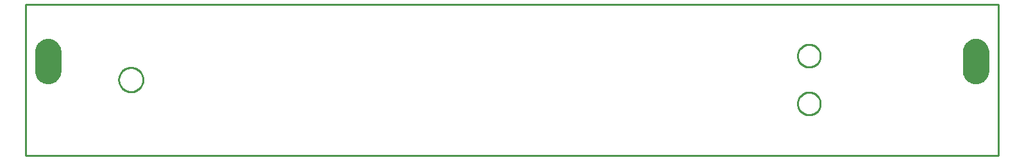
<source format=gko>
G04 EAGLE Gerber RS-274X export*
G75*
%MOMM*%
%FSLAX34Y34*%
%LPD*%
%INBoard Outline*%
%IPPOS*%
%AMOC8*
5,1,8,0,0,1.08239X$1,22.5*%
G01*
%ADD10C,0.000000*%
%ADD11C,0.025400*%
%ADD12C,0.002541*%
%ADD13C,0.050800*%
%ADD14C,3.200000*%
%ADD15C,0.254000*%


D10*
X123450Y100250D02*
X123455Y100643D01*
X123469Y101035D01*
X123493Y101427D01*
X123527Y101818D01*
X123570Y102209D01*
X123623Y102598D01*
X123686Y102985D01*
X123757Y103371D01*
X123839Y103756D01*
X123929Y104138D01*
X124030Y104517D01*
X124139Y104895D01*
X124258Y105269D01*
X124385Y105640D01*
X124522Y106008D01*
X124668Y106373D01*
X124823Y106734D01*
X124986Y107091D01*
X125158Y107444D01*
X125339Y107792D01*
X125529Y108136D01*
X125726Y108476D01*
X125932Y108810D01*
X126146Y109139D01*
X126369Y109463D01*
X126599Y109781D01*
X126836Y110094D01*
X127082Y110400D01*
X127335Y110701D01*
X127595Y110995D01*
X127862Y111283D01*
X128136Y111564D01*
X128417Y111838D01*
X128705Y112105D01*
X128999Y112365D01*
X129300Y112618D01*
X129606Y112864D01*
X129919Y113101D01*
X130237Y113331D01*
X130561Y113554D01*
X130890Y113768D01*
X131224Y113974D01*
X131564Y114171D01*
X131908Y114361D01*
X132256Y114542D01*
X132609Y114714D01*
X132966Y114877D01*
X133327Y115032D01*
X133692Y115178D01*
X134060Y115315D01*
X134431Y115442D01*
X134805Y115561D01*
X135183Y115670D01*
X135562Y115771D01*
X135944Y115861D01*
X136329Y115943D01*
X136715Y116014D01*
X137102Y116077D01*
X137491Y116130D01*
X137882Y116173D01*
X138273Y116207D01*
X138665Y116231D01*
X139057Y116245D01*
X139450Y116250D01*
X139843Y116245D01*
X140235Y116231D01*
X140627Y116207D01*
X141018Y116173D01*
X141409Y116130D01*
X141798Y116077D01*
X142185Y116014D01*
X142571Y115943D01*
X142956Y115861D01*
X143338Y115771D01*
X143717Y115670D01*
X144095Y115561D01*
X144469Y115442D01*
X144840Y115315D01*
X145208Y115178D01*
X145573Y115032D01*
X145934Y114877D01*
X146291Y114714D01*
X146644Y114542D01*
X146992Y114361D01*
X147336Y114171D01*
X147676Y113974D01*
X148010Y113768D01*
X148339Y113554D01*
X148663Y113331D01*
X148981Y113101D01*
X149294Y112864D01*
X149600Y112618D01*
X149901Y112365D01*
X150195Y112105D01*
X150483Y111838D01*
X150764Y111564D01*
X151038Y111283D01*
X151305Y110995D01*
X151565Y110701D01*
X151818Y110400D01*
X152064Y110094D01*
X152301Y109781D01*
X152531Y109463D01*
X152754Y109139D01*
X152968Y108810D01*
X153174Y108476D01*
X153371Y108136D01*
X153561Y107792D01*
X153742Y107444D01*
X153914Y107091D01*
X154077Y106734D01*
X154232Y106373D01*
X154378Y106008D01*
X154515Y105640D01*
X154642Y105269D01*
X154761Y104895D01*
X154870Y104517D01*
X154971Y104138D01*
X155061Y103756D01*
X155143Y103371D01*
X155214Y102985D01*
X155277Y102598D01*
X155330Y102209D01*
X155373Y101818D01*
X155407Y101427D01*
X155431Y101035D01*
X155445Y100643D01*
X155450Y100250D01*
X155445Y99857D01*
X155431Y99465D01*
X155407Y99073D01*
X155373Y98682D01*
X155330Y98291D01*
X155277Y97902D01*
X155214Y97515D01*
X155143Y97129D01*
X155061Y96744D01*
X154971Y96362D01*
X154870Y95983D01*
X154761Y95605D01*
X154642Y95231D01*
X154515Y94860D01*
X154378Y94492D01*
X154232Y94127D01*
X154077Y93766D01*
X153914Y93409D01*
X153742Y93056D01*
X153561Y92708D01*
X153371Y92364D01*
X153174Y92024D01*
X152968Y91690D01*
X152754Y91361D01*
X152531Y91037D01*
X152301Y90719D01*
X152064Y90406D01*
X151818Y90100D01*
X151565Y89799D01*
X151305Y89505D01*
X151038Y89217D01*
X150764Y88936D01*
X150483Y88662D01*
X150195Y88395D01*
X149901Y88135D01*
X149600Y87882D01*
X149294Y87636D01*
X148981Y87399D01*
X148663Y87169D01*
X148339Y86946D01*
X148010Y86732D01*
X147676Y86526D01*
X147336Y86329D01*
X146992Y86139D01*
X146644Y85958D01*
X146291Y85786D01*
X145934Y85623D01*
X145573Y85468D01*
X145208Y85322D01*
X144840Y85185D01*
X144469Y85058D01*
X144095Y84939D01*
X143717Y84830D01*
X143338Y84729D01*
X142956Y84639D01*
X142571Y84557D01*
X142185Y84486D01*
X141798Y84423D01*
X141409Y84370D01*
X141018Y84327D01*
X140627Y84293D01*
X140235Y84269D01*
X139843Y84255D01*
X139450Y84250D01*
X139057Y84255D01*
X138665Y84269D01*
X138273Y84293D01*
X137882Y84327D01*
X137491Y84370D01*
X137102Y84423D01*
X136715Y84486D01*
X136329Y84557D01*
X135944Y84639D01*
X135562Y84729D01*
X135183Y84830D01*
X134805Y84939D01*
X134431Y85058D01*
X134060Y85185D01*
X133692Y85322D01*
X133327Y85468D01*
X132966Y85623D01*
X132609Y85786D01*
X132256Y85958D01*
X131908Y86139D01*
X131564Y86329D01*
X131224Y86526D01*
X130890Y86732D01*
X130561Y86946D01*
X130237Y87169D01*
X129919Y87399D01*
X129606Y87636D01*
X129300Y87882D01*
X128999Y88135D01*
X128705Y88395D01*
X128417Y88662D01*
X128136Y88936D01*
X127862Y89217D01*
X127595Y89505D01*
X127335Y89799D01*
X127082Y90100D01*
X126836Y90406D01*
X126599Y90719D01*
X126369Y91037D01*
X126146Y91361D01*
X125932Y91690D01*
X125726Y92024D01*
X125529Y92364D01*
X125339Y92708D01*
X125158Y93056D01*
X124986Y93409D01*
X124823Y93766D01*
X124668Y94127D01*
X124522Y94492D01*
X124385Y94860D01*
X124258Y95231D01*
X124139Y95605D01*
X124030Y95983D01*
X123929Y96362D01*
X123839Y96744D01*
X123757Y97129D01*
X123686Y97515D01*
X123623Y97902D01*
X123570Y98291D01*
X123527Y98682D01*
X123493Y99073D01*
X123469Y99465D01*
X123455Y99857D01*
X123450Y100250D01*
X1019800Y132000D02*
X1019805Y132368D01*
X1019818Y132736D01*
X1019841Y133103D01*
X1019872Y133470D01*
X1019913Y133836D01*
X1019962Y134201D01*
X1020021Y134564D01*
X1020088Y134926D01*
X1020164Y135287D01*
X1020250Y135645D01*
X1020343Y136001D01*
X1020446Y136354D01*
X1020557Y136705D01*
X1020677Y137053D01*
X1020805Y137398D01*
X1020942Y137740D01*
X1021087Y138079D01*
X1021240Y138413D01*
X1021402Y138744D01*
X1021571Y139071D01*
X1021749Y139393D01*
X1021934Y139712D01*
X1022127Y140025D01*
X1022328Y140334D01*
X1022536Y140637D01*
X1022752Y140935D01*
X1022975Y141228D01*
X1023205Y141516D01*
X1023442Y141798D01*
X1023686Y142073D01*
X1023936Y142343D01*
X1024193Y142607D01*
X1024457Y142864D01*
X1024727Y143114D01*
X1025002Y143358D01*
X1025284Y143595D01*
X1025572Y143825D01*
X1025865Y144048D01*
X1026163Y144264D01*
X1026466Y144472D01*
X1026775Y144673D01*
X1027088Y144866D01*
X1027407Y145051D01*
X1027729Y145229D01*
X1028056Y145398D01*
X1028387Y145560D01*
X1028721Y145713D01*
X1029060Y145858D01*
X1029402Y145995D01*
X1029747Y146123D01*
X1030095Y146243D01*
X1030446Y146354D01*
X1030799Y146457D01*
X1031155Y146550D01*
X1031513Y146636D01*
X1031874Y146712D01*
X1032236Y146779D01*
X1032599Y146838D01*
X1032964Y146887D01*
X1033330Y146928D01*
X1033697Y146959D01*
X1034064Y146982D01*
X1034432Y146995D01*
X1034800Y147000D01*
X1035168Y146995D01*
X1035536Y146982D01*
X1035903Y146959D01*
X1036270Y146928D01*
X1036636Y146887D01*
X1037001Y146838D01*
X1037364Y146779D01*
X1037726Y146712D01*
X1038087Y146636D01*
X1038445Y146550D01*
X1038801Y146457D01*
X1039154Y146354D01*
X1039505Y146243D01*
X1039853Y146123D01*
X1040198Y145995D01*
X1040540Y145858D01*
X1040879Y145713D01*
X1041213Y145560D01*
X1041544Y145398D01*
X1041871Y145229D01*
X1042193Y145051D01*
X1042512Y144866D01*
X1042825Y144673D01*
X1043134Y144472D01*
X1043437Y144264D01*
X1043735Y144048D01*
X1044028Y143825D01*
X1044316Y143595D01*
X1044598Y143358D01*
X1044873Y143114D01*
X1045143Y142864D01*
X1045407Y142607D01*
X1045664Y142343D01*
X1045914Y142073D01*
X1046158Y141798D01*
X1046395Y141516D01*
X1046625Y141228D01*
X1046848Y140935D01*
X1047064Y140637D01*
X1047272Y140334D01*
X1047473Y140025D01*
X1047666Y139712D01*
X1047851Y139393D01*
X1048029Y139071D01*
X1048198Y138744D01*
X1048360Y138413D01*
X1048513Y138079D01*
X1048658Y137740D01*
X1048795Y137398D01*
X1048923Y137053D01*
X1049043Y136705D01*
X1049154Y136354D01*
X1049257Y136001D01*
X1049350Y135645D01*
X1049436Y135287D01*
X1049512Y134926D01*
X1049579Y134564D01*
X1049638Y134201D01*
X1049687Y133836D01*
X1049728Y133470D01*
X1049759Y133103D01*
X1049782Y132736D01*
X1049795Y132368D01*
X1049800Y132000D01*
X1049795Y131632D01*
X1049782Y131264D01*
X1049759Y130897D01*
X1049728Y130530D01*
X1049687Y130164D01*
X1049638Y129799D01*
X1049579Y129436D01*
X1049512Y129074D01*
X1049436Y128713D01*
X1049350Y128355D01*
X1049257Y127999D01*
X1049154Y127646D01*
X1049043Y127295D01*
X1048923Y126947D01*
X1048795Y126602D01*
X1048658Y126260D01*
X1048513Y125921D01*
X1048360Y125587D01*
X1048198Y125256D01*
X1048029Y124929D01*
X1047851Y124607D01*
X1047666Y124288D01*
X1047473Y123975D01*
X1047272Y123666D01*
X1047064Y123363D01*
X1046848Y123065D01*
X1046625Y122772D01*
X1046395Y122484D01*
X1046158Y122202D01*
X1045914Y121927D01*
X1045664Y121657D01*
X1045407Y121393D01*
X1045143Y121136D01*
X1044873Y120886D01*
X1044598Y120642D01*
X1044316Y120405D01*
X1044028Y120175D01*
X1043735Y119952D01*
X1043437Y119736D01*
X1043134Y119528D01*
X1042825Y119327D01*
X1042512Y119134D01*
X1042193Y118949D01*
X1041871Y118771D01*
X1041544Y118602D01*
X1041213Y118440D01*
X1040879Y118287D01*
X1040540Y118142D01*
X1040198Y118005D01*
X1039853Y117877D01*
X1039505Y117757D01*
X1039154Y117646D01*
X1038801Y117543D01*
X1038445Y117450D01*
X1038087Y117364D01*
X1037726Y117288D01*
X1037364Y117221D01*
X1037001Y117162D01*
X1036636Y117113D01*
X1036270Y117072D01*
X1035903Y117041D01*
X1035536Y117018D01*
X1035168Y117005D01*
X1034800Y117000D01*
X1034432Y117005D01*
X1034064Y117018D01*
X1033697Y117041D01*
X1033330Y117072D01*
X1032964Y117113D01*
X1032599Y117162D01*
X1032236Y117221D01*
X1031874Y117288D01*
X1031513Y117364D01*
X1031155Y117450D01*
X1030799Y117543D01*
X1030446Y117646D01*
X1030095Y117757D01*
X1029747Y117877D01*
X1029402Y118005D01*
X1029060Y118142D01*
X1028721Y118287D01*
X1028387Y118440D01*
X1028056Y118602D01*
X1027729Y118771D01*
X1027407Y118949D01*
X1027088Y119134D01*
X1026775Y119327D01*
X1026466Y119528D01*
X1026163Y119736D01*
X1025865Y119952D01*
X1025572Y120175D01*
X1025284Y120405D01*
X1025002Y120642D01*
X1024727Y120886D01*
X1024457Y121136D01*
X1024193Y121393D01*
X1023936Y121657D01*
X1023686Y121927D01*
X1023442Y122202D01*
X1023205Y122484D01*
X1022975Y122772D01*
X1022752Y123065D01*
X1022536Y123363D01*
X1022328Y123666D01*
X1022127Y123975D01*
X1021934Y124288D01*
X1021749Y124607D01*
X1021571Y124929D01*
X1021402Y125256D01*
X1021240Y125587D01*
X1021087Y125921D01*
X1020942Y126260D01*
X1020805Y126602D01*
X1020677Y126947D01*
X1020557Y127295D01*
X1020446Y127646D01*
X1020343Y127999D01*
X1020250Y128355D01*
X1020164Y128713D01*
X1020088Y129074D01*
X1020021Y129436D01*
X1019962Y129799D01*
X1019913Y130164D01*
X1019872Y130530D01*
X1019841Y130897D01*
X1019818Y131264D01*
X1019805Y131632D01*
X1019800Y132000D01*
X1019800Y68500D02*
X1019805Y68868D01*
X1019818Y69236D01*
X1019841Y69603D01*
X1019872Y69970D01*
X1019913Y70336D01*
X1019962Y70701D01*
X1020021Y71064D01*
X1020088Y71426D01*
X1020164Y71787D01*
X1020250Y72145D01*
X1020343Y72501D01*
X1020446Y72854D01*
X1020557Y73205D01*
X1020677Y73553D01*
X1020805Y73898D01*
X1020942Y74240D01*
X1021087Y74579D01*
X1021240Y74913D01*
X1021402Y75244D01*
X1021571Y75571D01*
X1021749Y75893D01*
X1021934Y76212D01*
X1022127Y76525D01*
X1022328Y76834D01*
X1022536Y77137D01*
X1022752Y77435D01*
X1022975Y77728D01*
X1023205Y78016D01*
X1023442Y78298D01*
X1023686Y78573D01*
X1023936Y78843D01*
X1024193Y79107D01*
X1024457Y79364D01*
X1024727Y79614D01*
X1025002Y79858D01*
X1025284Y80095D01*
X1025572Y80325D01*
X1025865Y80548D01*
X1026163Y80764D01*
X1026466Y80972D01*
X1026775Y81173D01*
X1027088Y81366D01*
X1027407Y81551D01*
X1027729Y81729D01*
X1028056Y81898D01*
X1028387Y82060D01*
X1028721Y82213D01*
X1029060Y82358D01*
X1029402Y82495D01*
X1029747Y82623D01*
X1030095Y82743D01*
X1030446Y82854D01*
X1030799Y82957D01*
X1031155Y83050D01*
X1031513Y83136D01*
X1031874Y83212D01*
X1032236Y83279D01*
X1032599Y83338D01*
X1032964Y83387D01*
X1033330Y83428D01*
X1033697Y83459D01*
X1034064Y83482D01*
X1034432Y83495D01*
X1034800Y83500D01*
X1035168Y83495D01*
X1035536Y83482D01*
X1035903Y83459D01*
X1036270Y83428D01*
X1036636Y83387D01*
X1037001Y83338D01*
X1037364Y83279D01*
X1037726Y83212D01*
X1038087Y83136D01*
X1038445Y83050D01*
X1038801Y82957D01*
X1039154Y82854D01*
X1039505Y82743D01*
X1039853Y82623D01*
X1040198Y82495D01*
X1040540Y82358D01*
X1040879Y82213D01*
X1041213Y82060D01*
X1041544Y81898D01*
X1041871Y81729D01*
X1042193Y81551D01*
X1042512Y81366D01*
X1042825Y81173D01*
X1043134Y80972D01*
X1043437Y80764D01*
X1043735Y80548D01*
X1044028Y80325D01*
X1044316Y80095D01*
X1044598Y79858D01*
X1044873Y79614D01*
X1045143Y79364D01*
X1045407Y79107D01*
X1045664Y78843D01*
X1045914Y78573D01*
X1046158Y78298D01*
X1046395Y78016D01*
X1046625Y77728D01*
X1046848Y77435D01*
X1047064Y77137D01*
X1047272Y76834D01*
X1047473Y76525D01*
X1047666Y76212D01*
X1047851Y75893D01*
X1048029Y75571D01*
X1048198Y75244D01*
X1048360Y74913D01*
X1048513Y74579D01*
X1048658Y74240D01*
X1048795Y73898D01*
X1048923Y73553D01*
X1049043Y73205D01*
X1049154Y72854D01*
X1049257Y72501D01*
X1049350Y72145D01*
X1049436Y71787D01*
X1049512Y71426D01*
X1049579Y71064D01*
X1049638Y70701D01*
X1049687Y70336D01*
X1049728Y69970D01*
X1049759Y69603D01*
X1049782Y69236D01*
X1049795Y68868D01*
X1049800Y68500D01*
X1049795Y68132D01*
X1049782Y67764D01*
X1049759Y67397D01*
X1049728Y67030D01*
X1049687Y66664D01*
X1049638Y66299D01*
X1049579Y65936D01*
X1049512Y65574D01*
X1049436Y65213D01*
X1049350Y64855D01*
X1049257Y64499D01*
X1049154Y64146D01*
X1049043Y63795D01*
X1048923Y63447D01*
X1048795Y63102D01*
X1048658Y62760D01*
X1048513Y62421D01*
X1048360Y62087D01*
X1048198Y61756D01*
X1048029Y61429D01*
X1047851Y61107D01*
X1047666Y60788D01*
X1047473Y60475D01*
X1047272Y60166D01*
X1047064Y59863D01*
X1046848Y59565D01*
X1046625Y59272D01*
X1046395Y58984D01*
X1046158Y58702D01*
X1045914Y58427D01*
X1045664Y58157D01*
X1045407Y57893D01*
X1045143Y57636D01*
X1044873Y57386D01*
X1044598Y57142D01*
X1044316Y56905D01*
X1044028Y56675D01*
X1043735Y56452D01*
X1043437Y56236D01*
X1043134Y56028D01*
X1042825Y55827D01*
X1042512Y55634D01*
X1042193Y55449D01*
X1041871Y55271D01*
X1041544Y55102D01*
X1041213Y54940D01*
X1040879Y54787D01*
X1040540Y54642D01*
X1040198Y54505D01*
X1039853Y54377D01*
X1039505Y54257D01*
X1039154Y54146D01*
X1038801Y54043D01*
X1038445Y53950D01*
X1038087Y53864D01*
X1037726Y53788D01*
X1037364Y53721D01*
X1037001Y53662D01*
X1036636Y53613D01*
X1036270Y53572D01*
X1035903Y53541D01*
X1035536Y53518D01*
X1035168Y53505D01*
X1034800Y53500D01*
X1034432Y53505D01*
X1034064Y53518D01*
X1033697Y53541D01*
X1033330Y53572D01*
X1032964Y53613D01*
X1032599Y53662D01*
X1032236Y53721D01*
X1031874Y53788D01*
X1031513Y53864D01*
X1031155Y53950D01*
X1030799Y54043D01*
X1030446Y54146D01*
X1030095Y54257D01*
X1029747Y54377D01*
X1029402Y54505D01*
X1029060Y54642D01*
X1028721Y54787D01*
X1028387Y54940D01*
X1028056Y55102D01*
X1027729Y55271D01*
X1027407Y55449D01*
X1027088Y55634D01*
X1026775Y55827D01*
X1026466Y56028D01*
X1026163Y56236D01*
X1025865Y56452D01*
X1025572Y56675D01*
X1025284Y56905D01*
X1025002Y57142D01*
X1024727Y57386D01*
X1024457Y57636D01*
X1024193Y57893D01*
X1023936Y58157D01*
X1023686Y58427D01*
X1023442Y58702D01*
X1023205Y58984D01*
X1022975Y59272D01*
X1022752Y59565D01*
X1022536Y59863D01*
X1022328Y60166D01*
X1022127Y60475D01*
X1021934Y60788D01*
X1021749Y61107D01*
X1021571Y61429D01*
X1021402Y61756D01*
X1021240Y62087D01*
X1021087Y62421D01*
X1020942Y62760D01*
X1020805Y63102D01*
X1020677Y63447D01*
X1020557Y63795D01*
X1020446Y64146D01*
X1020343Y64499D01*
X1020250Y64855D01*
X1020164Y65213D01*
X1020088Y65574D01*
X1020021Y65936D01*
X1019962Y66299D01*
X1019913Y66664D01*
X1019872Y67030D01*
X1019841Y67397D01*
X1019818Y67764D01*
X1019805Y68132D01*
X1019800Y68500D01*
D11*
X1285000Y0D02*
X0Y0D01*
X1285000Y0D02*
X1285000Y200000D01*
X0Y200000D01*
X0Y0D01*
D12*
X13900Y112100D02*
X13900Y137500D01*
X45900Y137500D02*
X45900Y112100D01*
X45900Y137500D02*
X45895Y137890D01*
X45881Y138279D01*
X45857Y138668D01*
X45824Y139056D01*
X45782Y139443D01*
X45729Y139830D01*
X45668Y140214D01*
X45597Y140598D01*
X45517Y140979D01*
X45428Y141358D01*
X45329Y141735D01*
X45222Y142110D01*
X45105Y142481D01*
X44979Y142850D01*
X44844Y143216D01*
X44701Y143578D01*
X44548Y143937D01*
X44387Y144291D01*
X44218Y144642D01*
X44039Y144989D01*
X43853Y145331D01*
X43658Y145668D01*
X43455Y146001D01*
X43244Y146328D01*
X43025Y146651D01*
X42798Y146967D01*
X42564Y147279D01*
X42322Y147584D01*
X42073Y147884D01*
X41816Y148177D01*
X41553Y148464D01*
X41282Y148745D01*
X41005Y149018D01*
X40721Y149285D01*
X40431Y149545D01*
X40135Y149798D01*
X39832Y150044D01*
X39524Y150282D01*
X39210Y150513D01*
X38890Y150735D01*
X38565Y150950D01*
X38235Y151157D01*
X37900Y151356D01*
X37560Y151547D01*
X37216Y151729D01*
X36867Y151903D01*
X36514Y152069D01*
X36158Y152226D01*
X35797Y152374D01*
X35433Y152513D01*
X35066Y152643D01*
X34696Y152764D01*
X34323Y152877D01*
X33947Y152980D01*
X33569Y153074D01*
X33188Y153158D01*
X32806Y153234D01*
X32422Y153300D01*
X32037Y153357D01*
X31650Y153404D01*
X31262Y153442D01*
X30874Y153470D01*
X30484Y153489D01*
X30095Y153499D01*
X29705Y153499D01*
X29316Y153489D01*
X28926Y153470D01*
X28538Y153442D01*
X28150Y153404D01*
X27763Y153357D01*
X27378Y153300D01*
X26994Y153234D01*
X26612Y153158D01*
X26231Y153074D01*
X25853Y152980D01*
X25477Y152877D01*
X25104Y152764D01*
X24734Y152643D01*
X24367Y152513D01*
X24003Y152374D01*
X23642Y152226D01*
X23286Y152069D01*
X22933Y151903D01*
X22584Y151729D01*
X22240Y151547D01*
X21900Y151356D01*
X21565Y151157D01*
X21235Y150950D01*
X20910Y150735D01*
X20590Y150513D01*
X20276Y150282D01*
X19968Y150044D01*
X19665Y149798D01*
X19369Y149545D01*
X19079Y149285D01*
X18795Y149018D01*
X18518Y148745D01*
X18247Y148464D01*
X17984Y148177D01*
X17727Y147884D01*
X17478Y147584D01*
X17236Y147279D01*
X17002Y146967D01*
X16775Y146651D01*
X16556Y146328D01*
X16345Y146001D01*
X16142Y145668D01*
X15947Y145331D01*
X15761Y144989D01*
X15582Y144642D01*
X15413Y144291D01*
X15252Y143937D01*
X15099Y143578D01*
X14956Y143216D01*
X14821Y142850D01*
X14695Y142481D01*
X14578Y142110D01*
X14471Y141735D01*
X14372Y141358D01*
X14283Y140979D01*
X14203Y140598D01*
X14132Y140214D01*
X14071Y139830D01*
X14018Y139443D01*
X13976Y139056D01*
X13943Y138668D01*
X13919Y138279D01*
X13905Y137890D01*
X13900Y137500D01*
X13900Y112100D02*
X13905Y111710D01*
X13919Y111321D01*
X13943Y110932D01*
X13976Y110544D01*
X14018Y110157D01*
X14071Y109770D01*
X14132Y109386D01*
X14203Y109002D01*
X14283Y108621D01*
X14372Y108242D01*
X14471Y107865D01*
X14578Y107490D01*
X14695Y107119D01*
X14821Y106750D01*
X14956Y106384D01*
X15099Y106022D01*
X15252Y105663D01*
X15413Y105309D01*
X15582Y104958D01*
X15761Y104611D01*
X15947Y104269D01*
X16142Y103932D01*
X16345Y103599D01*
X16556Y103272D01*
X16775Y102949D01*
X17002Y102633D01*
X17236Y102321D01*
X17478Y102016D01*
X17727Y101716D01*
X17984Y101423D01*
X18247Y101136D01*
X18518Y100855D01*
X18795Y100582D01*
X19079Y100315D01*
X19369Y100055D01*
X19665Y99802D01*
X19968Y99556D01*
X20276Y99318D01*
X20590Y99087D01*
X20910Y98865D01*
X21235Y98650D01*
X21565Y98443D01*
X21900Y98244D01*
X22240Y98053D01*
X22584Y97871D01*
X22933Y97697D01*
X23286Y97531D01*
X23642Y97374D01*
X24003Y97226D01*
X24367Y97087D01*
X24734Y96957D01*
X25104Y96836D01*
X25477Y96723D01*
X25853Y96620D01*
X26231Y96526D01*
X26612Y96442D01*
X26994Y96366D01*
X27378Y96300D01*
X27763Y96243D01*
X28150Y96196D01*
X28538Y96158D01*
X28926Y96130D01*
X29316Y96111D01*
X29705Y96101D01*
X30095Y96101D01*
X30484Y96111D01*
X30874Y96130D01*
X31262Y96158D01*
X31650Y96196D01*
X32037Y96243D01*
X32422Y96300D01*
X32806Y96366D01*
X33188Y96442D01*
X33569Y96526D01*
X33947Y96620D01*
X34323Y96723D01*
X34696Y96836D01*
X35066Y96957D01*
X35433Y97087D01*
X35797Y97226D01*
X36158Y97374D01*
X36514Y97531D01*
X36867Y97697D01*
X37216Y97871D01*
X37560Y98053D01*
X37900Y98244D01*
X38235Y98443D01*
X38565Y98650D01*
X38890Y98865D01*
X39210Y99087D01*
X39524Y99318D01*
X39832Y99556D01*
X40135Y99802D01*
X40431Y100055D01*
X40721Y100315D01*
X41005Y100582D01*
X41282Y100855D01*
X41553Y101136D01*
X41816Y101423D01*
X42073Y101716D01*
X42322Y102016D01*
X42564Y102321D01*
X42798Y102633D01*
X43025Y102949D01*
X43244Y103272D01*
X43455Y103599D01*
X43658Y103932D01*
X43853Y104269D01*
X44039Y104611D01*
X44218Y104958D01*
X44387Y105309D01*
X44548Y105663D01*
X44701Y106022D01*
X44844Y106384D01*
X44979Y106750D01*
X45105Y107119D01*
X45222Y107490D01*
X45329Y107865D01*
X45428Y108242D01*
X45517Y108621D01*
X45597Y109002D01*
X45668Y109386D01*
X45729Y109770D01*
X45782Y110157D01*
X45824Y110544D01*
X45857Y110932D01*
X45881Y111321D01*
X45895Y111710D01*
X45900Y112100D01*
D13*
X33456Y107803D02*
X33456Y106222D01*
X33454Y106144D01*
X33448Y106067D01*
X33439Y105990D01*
X33426Y105914D01*
X33409Y105838D01*
X33388Y105763D01*
X33364Y105690D01*
X33336Y105617D01*
X33304Y105546D01*
X33269Y105477D01*
X33231Y105410D01*
X33190Y105344D01*
X33145Y105281D01*
X33097Y105220D01*
X33047Y105161D01*
X32993Y105105D01*
X32937Y105051D01*
X32878Y105001D01*
X32817Y104953D01*
X32754Y104908D01*
X32688Y104867D01*
X32621Y104829D01*
X32552Y104794D01*
X32481Y104762D01*
X32408Y104734D01*
X32335Y104710D01*
X32260Y104689D01*
X32184Y104672D01*
X32108Y104659D01*
X32031Y104650D01*
X31954Y104644D01*
X31876Y104642D01*
X27924Y104642D01*
X27924Y104641D02*
X27846Y104643D01*
X27769Y104649D01*
X27692Y104658D01*
X27616Y104671D01*
X27540Y104688D01*
X27465Y104709D01*
X27391Y104733D01*
X27319Y104761D01*
X27248Y104793D01*
X27179Y104828D01*
X27111Y104866D01*
X27046Y104907D01*
X26982Y104952D01*
X26921Y105000D01*
X26862Y105051D01*
X26806Y105104D01*
X26753Y105160D01*
X26702Y105219D01*
X26654Y105280D01*
X26609Y105344D01*
X26568Y105409D01*
X26530Y105477D01*
X26495Y105546D01*
X26463Y105617D01*
X26435Y105689D01*
X26411Y105763D01*
X26390Y105838D01*
X26373Y105914D01*
X26360Y105990D01*
X26351Y106067D01*
X26345Y106144D01*
X26343Y106222D01*
X26344Y106222D02*
X26344Y107803D01*
X26344Y110604D02*
X31480Y110604D01*
X31480Y110603D02*
X31567Y110605D01*
X31655Y110611D01*
X31742Y110620D01*
X31828Y110634D01*
X31914Y110651D01*
X31998Y110672D01*
X32082Y110697D01*
X32165Y110726D01*
X32246Y110758D01*
X32326Y110793D01*
X32404Y110832D01*
X32481Y110875D01*
X32555Y110921D01*
X32627Y110970D01*
X32697Y111022D01*
X32765Y111078D01*
X32830Y111136D01*
X32893Y111197D01*
X32952Y111261D01*
X33009Y111328D01*
X33063Y111396D01*
X33114Y111468D01*
X33161Y111541D01*
X33206Y111616D01*
X33247Y111694D01*
X33284Y111773D01*
X33318Y111853D01*
X33348Y111935D01*
X33375Y112018D01*
X33398Y112103D01*
X33417Y112188D01*
X33432Y112274D01*
X33444Y112361D01*
X33452Y112448D01*
X33456Y112535D01*
X33456Y112623D01*
X33452Y112710D01*
X33444Y112797D01*
X33432Y112884D01*
X33417Y112970D01*
X33398Y113055D01*
X33375Y113140D01*
X33348Y113223D01*
X33318Y113305D01*
X33284Y113385D01*
X33247Y113464D01*
X33206Y113542D01*
X33161Y113617D01*
X33114Y113690D01*
X33063Y113762D01*
X33009Y113830D01*
X32952Y113897D01*
X32893Y113961D01*
X32830Y114022D01*
X32765Y114080D01*
X32697Y114136D01*
X32627Y114188D01*
X32555Y114237D01*
X32481Y114283D01*
X32404Y114326D01*
X32326Y114365D01*
X32246Y114400D01*
X32165Y114432D01*
X32082Y114461D01*
X31998Y114486D01*
X31914Y114507D01*
X31828Y114524D01*
X31742Y114538D01*
X31655Y114547D01*
X31567Y114553D01*
X31480Y114555D01*
X26344Y114555D01*
X26344Y119208D02*
X33456Y119208D01*
X26344Y117233D02*
X26344Y121184D01*
X28320Y127291D02*
X31480Y127291D01*
X28320Y127291D02*
X28233Y127293D01*
X28145Y127299D01*
X28058Y127308D01*
X27972Y127322D01*
X27886Y127339D01*
X27802Y127360D01*
X27718Y127385D01*
X27635Y127414D01*
X27554Y127446D01*
X27474Y127481D01*
X27396Y127520D01*
X27319Y127563D01*
X27245Y127609D01*
X27173Y127658D01*
X27103Y127710D01*
X27035Y127766D01*
X26970Y127824D01*
X26907Y127885D01*
X26848Y127949D01*
X26791Y128016D01*
X26737Y128084D01*
X26686Y128156D01*
X26639Y128229D01*
X26594Y128304D01*
X26553Y128382D01*
X26516Y128461D01*
X26482Y128541D01*
X26452Y128623D01*
X26425Y128706D01*
X26402Y128791D01*
X26383Y128876D01*
X26368Y128962D01*
X26356Y129049D01*
X26348Y129136D01*
X26344Y129223D01*
X26344Y129311D01*
X26348Y129398D01*
X26356Y129485D01*
X26368Y129572D01*
X26383Y129658D01*
X26402Y129743D01*
X26425Y129828D01*
X26452Y129911D01*
X26482Y129993D01*
X26516Y130073D01*
X26553Y130152D01*
X26594Y130230D01*
X26639Y130305D01*
X26686Y130378D01*
X26737Y130450D01*
X26791Y130518D01*
X26848Y130585D01*
X26907Y130649D01*
X26970Y130710D01*
X27035Y130768D01*
X27103Y130824D01*
X27173Y130876D01*
X27245Y130925D01*
X27319Y130971D01*
X27396Y131014D01*
X27474Y131053D01*
X27554Y131088D01*
X27635Y131120D01*
X27718Y131149D01*
X27802Y131174D01*
X27886Y131195D01*
X27972Y131212D01*
X28058Y131226D01*
X28145Y131235D01*
X28233Y131241D01*
X28320Y131243D01*
X28320Y131242D02*
X31480Y131242D01*
X31480Y131243D02*
X31567Y131241D01*
X31655Y131235D01*
X31742Y131226D01*
X31828Y131212D01*
X31914Y131195D01*
X31998Y131174D01*
X32082Y131149D01*
X32165Y131120D01*
X32246Y131088D01*
X32326Y131053D01*
X32404Y131014D01*
X32481Y130971D01*
X32555Y130925D01*
X32627Y130876D01*
X32697Y130824D01*
X32765Y130768D01*
X32830Y130710D01*
X32893Y130649D01*
X32952Y130585D01*
X33009Y130518D01*
X33063Y130450D01*
X33114Y130378D01*
X33161Y130305D01*
X33206Y130230D01*
X33247Y130152D01*
X33284Y130073D01*
X33318Y129993D01*
X33348Y129911D01*
X33375Y129828D01*
X33398Y129743D01*
X33417Y129658D01*
X33432Y129572D01*
X33444Y129485D01*
X33452Y129398D01*
X33456Y129311D01*
X33456Y129223D01*
X33452Y129136D01*
X33444Y129049D01*
X33432Y128962D01*
X33417Y128876D01*
X33398Y128791D01*
X33375Y128706D01*
X33348Y128623D01*
X33318Y128541D01*
X33284Y128461D01*
X33247Y128382D01*
X33206Y128304D01*
X33161Y128229D01*
X33114Y128156D01*
X33063Y128084D01*
X33009Y128016D01*
X32952Y127949D01*
X32893Y127885D01*
X32830Y127824D01*
X32765Y127766D01*
X32697Y127710D01*
X32627Y127658D01*
X32555Y127609D01*
X32481Y127563D01*
X32404Y127520D01*
X32326Y127481D01*
X32246Y127446D01*
X32165Y127414D01*
X32082Y127385D01*
X31998Y127360D01*
X31914Y127339D01*
X31828Y127322D01*
X31742Y127308D01*
X31655Y127299D01*
X31567Y127293D01*
X31480Y127291D01*
X31480Y134378D02*
X26344Y134378D01*
X31480Y134377D02*
X31567Y134379D01*
X31655Y134385D01*
X31742Y134394D01*
X31828Y134408D01*
X31914Y134425D01*
X31998Y134446D01*
X32082Y134471D01*
X32165Y134500D01*
X32246Y134532D01*
X32326Y134567D01*
X32404Y134606D01*
X32481Y134649D01*
X32555Y134695D01*
X32627Y134744D01*
X32697Y134796D01*
X32765Y134852D01*
X32830Y134910D01*
X32893Y134971D01*
X32952Y135035D01*
X33009Y135102D01*
X33063Y135170D01*
X33114Y135242D01*
X33161Y135315D01*
X33206Y135390D01*
X33247Y135468D01*
X33284Y135547D01*
X33318Y135627D01*
X33348Y135709D01*
X33375Y135792D01*
X33398Y135877D01*
X33417Y135962D01*
X33432Y136048D01*
X33444Y136135D01*
X33452Y136222D01*
X33456Y136309D01*
X33456Y136397D01*
X33452Y136484D01*
X33444Y136571D01*
X33432Y136658D01*
X33417Y136744D01*
X33398Y136829D01*
X33375Y136914D01*
X33348Y136997D01*
X33318Y137079D01*
X33284Y137159D01*
X33247Y137238D01*
X33206Y137316D01*
X33161Y137391D01*
X33114Y137464D01*
X33063Y137536D01*
X33009Y137604D01*
X32952Y137671D01*
X32893Y137735D01*
X32830Y137796D01*
X32765Y137854D01*
X32697Y137910D01*
X32627Y137962D01*
X32555Y138011D01*
X32481Y138057D01*
X32404Y138100D01*
X32326Y138139D01*
X32246Y138174D01*
X32165Y138206D01*
X32082Y138235D01*
X31998Y138260D01*
X31914Y138281D01*
X31828Y138298D01*
X31742Y138312D01*
X31655Y138321D01*
X31567Y138327D01*
X31480Y138329D01*
X26344Y138329D01*
X26344Y142983D02*
X33456Y142983D01*
X26344Y141007D02*
X26344Y144958D01*
D14*
X29900Y137500D02*
X29900Y112100D01*
D12*
X1238900Y112100D02*
X1238900Y137500D01*
X1270900Y137500D02*
X1270900Y112100D01*
X1270900Y137500D02*
X1270895Y137890D01*
X1270881Y138279D01*
X1270857Y138668D01*
X1270824Y139056D01*
X1270782Y139443D01*
X1270729Y139830D01*
X1270668Y140214D01*
X1270597Y140598D01*
X1270517Y140979D01*
X1270428Y141358D01*
X1270329Y141735D01*
X1270222Y142110D01*
X1270105Y142481D01*
X1269979Y142850D01*
X1269844Y143216D01*
X1269701Y143578D01*
X1269548Y143937D01*
X1269387Y144291D01*
X1269218Y144642D01*
X1269039Y144989D01*
X1268853Y145331D01*
X1268658Y145668D01*
X1268455Y146001D01*
X1268244Y146328D01*
X1268025Y146651D01*
X1267798Y146967D01*
X1267564Y147279D01*
X1267322Y147584D01*
X1267073Y147884D01*
X1266816Y148177D01*
X1266553Y148464D01*
X1266282Y148745D01*
X1266005Y149018D01*
X1265721Y149285D01*
X1265431Y149545D01*
X1265135Y149798D01*
X1264832Y150044D01*
X1264524Y150282D01*
X1264210Y150513D01*
X1263890Y150735D01*
X1263565Y150950D01*
X1263235Y151157D01*
X1262900Y151356D01*
X1262560Y151547D01*
X1262216Y151729D01*
X1261867Y151903D01*
X1261514Y152069D01*
X1261158Y152226D01*
X1260797Y152374D01*
X1260433Y152513D01*
X1260066Y152643D01*
X1259696Y152764D01*
X1259323Y152877D01*
X1258947Y152980D01*
X1258569Y153074D01*
X1258188Y153158D01*
X1257806Y153234D01*
X1257422Y153300D01*
X1257037Y153357D01*
X1256650Y153404D01*
X1256262Y153442D01*
X1255874Y153470D01*
X1255484Y153489D01*
X1255095Y153499D01*
X1254705Y153499D01*
X1254316Y153489D01*
X1253926Y153470D01*
X1253538Y153442D01*
X1253150Y153404D01*
X1252763Y153357D01*
X1252378Y153300D01*
X1251994Y153234D01*
X1251612Y153158D01*
X1251231Y153074D01*
X1250853Y152980D01*
X1250477Y152877D01*
X1250104Y152764D01*
X1249734Y152643D01*
X1249367Y152513D01*
X1249003Y152374D01*
X1248642Y152226D01*
X1248286Y152069D01*
X1247933Y151903D01*
X1247584Y151729D01*
X1247240Y151547D01*
X1246900Y151356D01*
X1246565Y151157D01*
X1246235Y150950D01*
X1245910Y150735D01*
X1245590Y150513D01*
X1245276Y150282D01*
X1244968Y150044D01*
X1244665Y149798D01*
X1244369Y149545D01*
X1244079Y149285D01*
X1243795Y149018D01*
X1243518Y148745D01*
X1243247Y148464D01*
X1242984Y148177D01*
X1242727Y147884D01*
X1242478Y147584D01*
X1242236Y147279D01*
X1242002Y146967D01*
X1241775Y146651D01*
X1241556Y146328D01*
X1241345Y146001D01*
X1241142Y145668D01*
X1240947Y145331D01*
X1240761Y144989D01*
X1240582Y144642D01*
X1240413Y144291D01*
X1240252Y143937D01*
X1240099Y143578D01*
X1239956Y143216D01*
X1239821Y142850D01*
X1239695Y142481D01*
X1239578Y142110D01*
X1239471Y141735D01*
X1239372Y141358D01*
X1239283Y140979D01*
X1239203Y140598D01*
X1239132Y140214D01*
X1239071Y139830D01*
X1239018Y139443D01*
X1238976Y139056D01*
X1238943Y138668D01*
X1238919Y138279D01*
X1238905Y137890D01*
X1238900Y137500D01*
X1238900Y112100D02*
X1238905Y111710D01*
X1238919Y111321D01*
X1238943Y110932D01*
X1238976Y110544D01*
X1239018Y110157D01*
X1239071Y109770D01*
X1239132Y109386D01*
X1239203Y109002D01*
X1239283Y108621D01*
X1239372Y108242D01*
X1239471Y107865D01*
X1239578Y107490D01*
X1239695Y107119D01*
X1239821Y106750D01*
X1239956Y106384D01*
X1240099Y106022D01*
X1240252Y105663D01*
X1240413Y105309D01*
X1240582Y104958D01*
X1240761Y104611D01*
X1240947Y104269D01*
X1241142Y103932D01*
X1241345Y103599D01*
X1241556Y103272D01*
X1241775Y102949D01*
X1242002Y102633D01*
X1242236Y102321D01*
X1242478Y102016D01*
X1242727Y101716D01*
X1242984Y101423D01*
X1243247Y101136D01*
X1243518Y100855D01*
X1243795Y100582D01*
X1244079Y100315D01*
X1244369Y100055D01*
X1244665Y99802D01*
X1244968Y99556D01*
X1245276Y99318D01*
X1245590Y99087D01*
X1245910Y98865D01*
X1246235Y98650D01*
X1246565Y98443D01*
X1246900Y98244D01*
X1247240Y98053D01*
X1247584Y97871D01*
X1247933Y97697D01*
X1248286Y97531D01*
X1248642Y97374D01*
X1249003Y97226D01*
X1249367Y97087D01*
X1249734Y96957D01*
X1250104Y96836D01*
X1250477Y96723D01*
X1250853Y96620D01*
X1251231Y96526D01*
X1251612Y96442D01*
X1251994Y96366D01*
X1252378Y96300D01*
X1252763Y96243D01*
X1253150Y96196D01*
X1253538Y96158D01*
X1253926Y96130D01*
X1254316Y96111D01*
X1254705Y96101D01*
X1255095Y96101D01*
X1255484Y96111D01*
X1255874Y96130D01*
X1256262Y96158D01*
X1256650Y96196D01*
X1257037Y96243D01*
X1257422Y96300D01*
X1257806Y96366D01*
X1258188Y96442D01*
X1258569Y96526D01*
X1258947Y96620D01*
X1259323Y96723D01*
X1259696Y96836D01*
X1260066Y96957D01*
X1260433Y97087D01*
X1260797Y97226D01*
X1261158Y97374D01*
X1261514Y97531D01*
X1261867Y97697D01*
X1262216Y97871D01*
X1262560Y98053D01*
X1262900Y98244D01*
X1263235Y98443D01*
X1263565Y98650D01*
X1263890Y98865D01*
X1264210Y99087D01*
X1264524Y99318D01*
X1264832Y99556D01*
X1265135Y99802D01*
X1265431Y100055D01*
X1265721Y100315D01*
X1266005Y100582D01*
X1266282Y100855D01*
X1266553Y101136D01*
X1266816Y101423D01*
X1267073Y101716D01*
X1267322Y102016D01*
X1267564Y102321D01*
X1267798Y102633D01*
X1268025Y102949D01*
X1268244Y103272D01*
X1268455Y103599D01*
X1268658Y103932D01*
X1268853Y104269D01*
X1269039Y104611D01*
X1269218Y104958D01*
X1269387Y105309D01*
X1269548Y105663D01*
X1269701Y106022D01*
X1269844Y106384D01*
X1269979Y106750D01*
X1270105Y107119D01*
X1270222Y107490D01*
X1270329Y107865D01*
X1270428Y108242D01*
X1270517Y108621D01*
X1270597Y109002D01*
X1270668Y109386D01*
X1270729Y109770D01*
X1270782Y110157D01*
X1270824Y110544D01*
X1270857Y110932D01*
X1270881Y111321D01*
X1270895Y111710D01*
X1270900Y112100D01*
D13*
X1258456Y107803D02*
X1258456Y106222D01*
X1258454Y106144D01*
X1258448Y106067D01*
X1258439Y105990D01*
X1258426Y105914D01*
X1258409Y105838D01*
X1258388Y105763D01*
X1258364Y105690D01*
X1258336Y105617D01*
X1258304Y105546D01*
X1258269Y105477D01*
X1258231Y105410D01*
X1258190Y105344D01*
X1258145Y105281D01*
X1258097Y105220D01*
X1258047Y105161D01*
X1257993Y105105D01*
X1257937Y105051D01*
X1257878Y105001D01*
X1257817Y104953D01*
X1257754Y104908D01*
X1257688Y104867D01*
X1257621Y104829D01*
X1257552Y104794D01*
X1257481Y104762D01*
X1257408Y104734D01*
X1257335Y104710D01*
X1257260Y104689D01*
X1257184Y104672D01*
X1257108Y104659D01*
X1257031Y104650D01*
X1256954Y104644D01*
X1256876Y104642D01*
X1252924Y104642D01*
X1252924Y104641D02*
X1252846Y104643D01*
X1252769Y104649D01*
X1252692Y104658D01*
X1252616Y104671D01*
X1252540Y104688D01*
X1252465Y104709D01*
X1252391Y104733D01*
X1252319Y104761D01*
X1252248Y104793D01*
X1252179Y104828D01*
X1252111Y104866D01*
X1252046Y104907D01*
X1251982Y104952D01*
X1251921Y105000D01*
X1251862Y105051D01*
X1251806Y105104D01*
X1251753Y105160D01*
X1251702Y105219D01*
X1251654Y105280D01*
X1251609Y105344D01*
X1251568Y105409D01*
X1251530Y105477D01*
X1251495Y105546D01*
X1251463Y105617D01*
X1251435Y105689D01*
X1251411Y105763D01*
X1251390Y105838D01*
X1251373Y105914D01*
X1251360Y105990D01*
X1251351Y106067D01*
X1251345Y106144D01*
X1251343Y106222D01*
X1251344Y106222D02*
X1251344Y107803D01*
X1251344Y110604D02*
X1256480Y110604D01*
X1256480Y110603D02*
X1256567Y110605D01*
X1256655Y110611D01*
X1256742Y110620D01*
X1256828Y110634D01*
X1256914Y110651D01*
X1256998Y110672D01*
X1257082Y110697D01*
X1257165Y110726D01*
X1257246Y110758D01*
X1257326Y110793D01*
X1257404Y110832D01*
X1257481Y110875D01*
X1257555Y110921D01*
X1257627Y110970D01*
X1257697Y111022D01*
X1257765Y111078D01*
X1257830Y111136D01*
X1257893Y111197D01*
X1257952Y111261D01*
X1258009Y111328D01*
X1258063Y111396D01*
X1258114Y111468D01*
X1258161Y111541D01*
X1258206Y111616D01*
X1258247Y111694D01*
X1258284Y111773D01*
X1258318Y111853D01*
X1258348Y111935D01*
X1258375Y112018D01*
X1258398Y112103D01*
X1258417Y112188D01*
X1258432Y112274D01*
X1258444Y112361D01*
X1258452Y112448D01*
X1258456Y112535D01*
X1258456Y112623D01*
X1258452Y112710D01*
X1258444Y112797D01*
X1258432Y112884D01*
X1258417Y112970D01*
X1258398Y113055D01*
X1258375Y113140D01*
X1258348Y113223D01*
X1258318Y113305D01*
X1258284Y113385D01*
X1258247Y113464D01*
X1258206Y113542D01*
X1258161Y113617D01*
X1258114Y113690D01*
X1258063Y113762D01*
X1258009Y113830D01*
X1257952Y113897D01*
X1257893Y113961D01*
X1257830Y114022D01*
X1257765Y114080D01*
X1257697Y114136D01*
X1257627Y114188D01*
X1257555Y114237D01*
X1257481Y114283D01*
X1257404Y114326D01*
X1257326Y114365D01*
X1257246Y114400D01*
X1257165Y114432D01*
X1257082Y114461D01*
X1256998Y114486D01*
X1256914Y114507D01*
X1256828Y114524D01*
X1256742Y114538D01*
X1256655Y114547D01*
X1256567Y114553D01*
X1256480Y114555D01*
X1251344Y114555D01*
X1251344Y119208D02*
X1258456Y119208D01*
X1251344Y117233D02*
X1251344Y121184D01*
X1253320Y127291D02*
X1256480Y127291D01*
X1253320Y127291D02*
X1253233Y127293D01*
X1253145Y127299D01*
X1253058Y127308D01*
X1252972Y127322D01*
X1252886Y127339D01*
X1252802Y127360D01*
X1252718Y127385D01*
X1252635Y127414D01*
X1252554Y127446D01*
X1252474Y127481D01*
X1252396Y127520D01*
X1252319Y127563D01*
X1252245Y127609D01*
X1252173Y127658D01*
X1252103Y127710D01*
X1252035Y127766D01*
X1251970Y127824D01*
X1251907Y127885D01*
X1251848Y127949D01*
X1251791Y128016D01*
X1251737Y128084D01*
X1251686Y128156D01*
X1251639Y128229D01*
X1251594Y128304D01*
X1251553Y128382D01*
X1251516Y128461D01*
X1251482Y128541D01*
X1251452Y128623D01*
X1251425Y128706D01*
X1251402Y128791D01*
X1251383Y128876D01*
X1251368Y128962D01*
X1251356Y129049D01*
X1251348Y129136D01*
X1251344Y129223D01*
X1251344Y129311D01*
X1251348Y129398D01*
X1251356Y129485D01*
X1251368Y129572D01*
X1251383Y129658D01*
X1251402Y129743D01*
X1251425Y129828D01*
X1251452Y129911D01*
X1251482Y129993D01*
X1251516Y130073D01*
X1251553Y130152D01*
X1251594Y130230D01*
X1251639Y130305D01*
X1251686Y130378D01*
X1251737Y130450D01*
X1251791Y130518D01*
X1251848Y130585D01*
X1251907Y130649D01*
X1251970Y130710D01*
X1252035Y130768D01*
X1252103Y130824D01*
X1252173Y130876D01*
X1252245Y130925D01*
X1252319Y130971D01*
X1252396Y131014D01*
X1252474Y131053D01*
X1252554Y131088D01*
X1252635Y131120D01*
X1252718Y131149D01*
X1252802Y131174D01*
X1252886Y131195D01*
X1252972Y131212D01*
X1253058Y131226D01*
X1253145Y131235D01*
X1253233Y131241D01*
X1253320Y131243D01*
X1253320Y131242D02*
X1256480Y131242D01*
X1256480Y131243D02*
X1256567Y131241D01*
X1256655Y131235D01*
X1256742Y131226D01*
X1256828Y131212D01*
X1256914Y131195D01*
X1256998Y131174D01*
X1257082Y131149D01*
X1257165Y131120D01*
X1257246Y131088D01*
X1257326Y131053D01*
X1257404Y131014D01*
X1257481Y130971D01*
X1257555Y130925D01*
X1257627Y130876D01*
X1257697Y130824D01*
X1257765Y130768D01*
X1257830Y130710D01*
X1257893Y130649D01*
X1257952Y130585D01*
X1258009Y130518D01*
X1258063Y130450D01*
X1258114Y130378D01*
X1258161Y130305D01*
X1258206Y130230D01*
X1258247Y130152D01*
X1258284Y130073D01*
X1258318Y129993D01*
X1258348Y129911D01*
X1258375Y129828D01*
X1258398Y129743D01*
X1258417Y129658D01*
X1258432Y129572D01*
X1258444Y129485D01*
X1258452Y129398D01*
X1258456Y129311D01*
X1258456Y129223D01*
X1258452Y129136D01*
X1258444Y129049D01*
X1258432Y128962D01*
X1258417Y128876D01*
X1258398Y128791D01*
X1258375Y128706D01*
X1258348Y128623D01*
X1258318Y128541D01*
X1258284Y128461D01*
X1258247Y128382D01*
X1258206Y128304D01*
X1258161Y128229D01*
X1258114Y128156D01*
X1258063Y128084D01*
X1258009Y128016D01*
X1257952Y127949D01*
X1257893Y127885D01*
X1257830Y127824D01*
X1257765Y127766D01*
X1257697Y127710D01*
X1257627Y127658D01*
X1257555Y127609D01*
X1257481Y127563D01*
X1257404Y127520D01*
X1257326Y127481D01*
X1257246Y127446D01*
X1257165Y127414D01*
X1257082Y127385D01*
X1256998Y127360D01*
X1256914Y127339D01*
X1256828Y127322D01*
X1256742Y127308D01*
X1256655Y127299D01*
X1256567Y127293D01*
X1256480Y127291D01*
X1256480Y134378D02*
X1251344Y134378D01*
X1256480Y134377D02*
X1256567Y134379D01*
X1256655Y134385D01*
X1256742Y134394D01*
X1256828Y134408D01*
X1256914Y134425D01*
X1256998Y134446D01*
X1257082Y134471D01*
X1257165Y134500D01*
X1257246Y134532D01*
X1257326Y134567D01*
X1257404Y134606D01*
X1257481Y134649D01*
X1257555Y134695D01*
X1257627Y134744D01*
X1257697Y134796D01*
X1257765Y134852D01*
X1257830Y134910D01*
X1257893Y134971D01*
X1257952Y135035D01*
X1258009Y135102D01*
X1258063Y135170D01*
X1258114Y135242D01*
X1258161Y135315D01*
X1258206Y135390D01*
X1258247Y135468D01*
X1258284Y135547D01*
X1258318Y135627D01*
X1258348Y135709D01*
X1258375Y135792D01*
X1258398Y135877D01*
X1258417Y135962D01*
X1258432Y136048D01*
X1258444Y136135D01*
X1258452Y136222D01*
X1258456Y136309D01*
X1258456Y136397D01*
X1258452Y136484D01*
X1258444Y136571D01*
X1258432Y136658D01*
X1258417Y136744D01*
X1258398Y136829D01*
X1258375Y136914D01*
X1258348Y136997D01*
X1258318Y137079D01*
X1258284Y137159D01*
X1258247Y137238D01*
X1258206Y137316D01*
X1258161Y137391D01*
X1258114Y137464D01*
X1258063Y137536D01*
X1258009Y137604D01*
X1257952Y137671D01*
X1257893Y137735D01*
X1257830Y137796D01*
X1257765Y137854D01*
X1257697Y137910D01*
X1257627Y137962D01*
X1257555Y138011D01*
X1257481Y138057D01*
X1257404Y138100D01*
X1257326Y138139D01*
X1257246Y138174D01*
X1257165Y138206D01*
X1257082Y138235D01*
X1256998Y138260D01*
X1256914Y138281D01*
X1256828Y138298D01*
X1256742Y138312D01*
X1256655Y138321D01*
X1256567Y138327D01*
X1256480Y138329D01*
X1251344Y138329D01*
X1251344Y142983D02*
X1258456Y142983D01*
X1251344Y141007D02*
X1251344Y144958D01*
D14*
X1254900Y137500D02*
X1254900Y112100D01*
D15*
X0Y0D02*
X1285000Y0D01*
X1285000Y200000D01*
X0Y200000D01*
X0Y0D01*
X1238900Y112100D02*
X1238961Y110706D01*
X1239143Y109322D01*
X1239445Y107959D01*
X1239865Y106628D01*
X1240399Y105338D01*
X1241044Y104100D01*
X1241794Y102923D01*
X1242643Y101815D01*
X1243586Y100786D01*
X1244615Y99843D01*
X1245723Y98994D01*
X1246900Y98244D01*
X1248138Y97599D01*
X1249428Y97065D01*
X1250759Y96645D01*
X1252122Y96343D01*
X1253506Y96161D01*
X1254900Y96100D01*
X1256295Y96161D01*
X1257678Y96343D01*
X1259041Y96645D01*
X1260372Y97065D01*
X1261662Y97599D01*
X1262900Y98244D01*
X1264077Y98994D01*
X1265185Y99843D01*
X1266214Y100786D01*
X1267157Y101815D01*
X1268006Y102923D01*
X1268756Y104100D01*
X1269401Y105338D01*
X1269935Y106628D01*
X1270355Y107959D01*
X1270657Y109322D01*
X1270839Y110706D01*
X1270900Y112100D01*
X1270900Y137500D01*
X1270839Y138895D01*
X1270657Y140278D01*
X1270355Y141641D01*
X1269935Y142972D01*
X1269401Y144262D01*
X1268756Y145500D01*
X1268006Y146677D01*
X1267157Y147785D01*
X1266214Y148814D01*
X1265185Y149757D01*
X1264077Y150606D01*
X1262900Y151356D01*
X1261662Y152001D01*
X1260372Y152535D01*
X1259041Y152955D01*
X1257678Y153257D01*
X1256295Y153439D01*
X1254900Y153500D01*
X1253506Y153439D01*
X1252122Y153257D01*
X1250759Y152955D01*
X1249428Y152535D01*
X1248138Y152001D01*
X1246900Y151356D01*
X1245723Y150606D01*
X1244615Y149757D01*
X1243586Y148814D01*
X1242643Y147785D01*
X1241794Y146677D01*
X1241044Y145500D01*
X1240399Y144262D01*
X1239865Y142972D01*
X1239445Y141641D01*
X1239143Y140278D01*
X1238961Y138895D01*
X1238900Y137500D01*
X1238900Y112100D01*
X13900Y112100D02*
X13961Y110706D01*
X14143Y109322D01*
X14445Y107959D01*
X14865Y106628D01*
X15399Y105338D01*
X16044Y104100D01*
X16794Y102923D01*
X17643Y101815D01*
X18586Y100786D01*
X19615Y99843D01*
X20723Y98994D01*
X21900Y98244D01*
X23138Y97599D01*
X24428Y97065D01*
X25759Y96645D01*
X27122Y96343D01*
X28506Y96161D01*
X29900Y96100D01*
X31295Y96161D01*
X32678Y96343D01*
X34041Y96645D01*
X35372Y97065D01*
X36662Y97599D01*
X37900Y98244D01*
X39077Y98994D01*
X40185Y99843D01*
X41214Y100786D01*
X42157Y101815D01*
X43006Y102923D01*
X43756Y104100D01*
X44401Y105338D01*
X44935Y106628D01*
X45355Y107959D01*
X45657Y109322D01*
X45839Y110706D01*
X45900Y112100D01*
X45900Y137500D01*
X45839Y138895D01*
X45657Y140278D01*
X45355Y141641D01*
X44935Y142972D01*
X44401Y144262D01*
X43756Y145500D01*
X43006Y146677D01*
X42157Y147785D01*
X41214Y148814D01*
X40185Y149757D01*
X39077Y150606D01*
X37900Y151356D01*
X36662Y152001D01*
X35372Y152535D01*
X34041Y152955D01*
X32678Y153257D01*
X31295Y153439D01*
X29900Y153500D01*
X28506Y153439D01*
X27122Y153257D01*
X25759Y152955D01*
X24428Y152535D01*
X23138Y152001D01*
X21900Y151356D01*
X20723Y150606D01*
X19615Y149757D01*
X18586Y148814D01*
X17643Y147785D01*
X16794Y146677D01*
X16044Y145500D01*
X15399Y144262D01*
X14865Y142972D01*
X14445Y141641D01*
X14143Y140278D01*
X13961Y138895D01*
X13900Y137500D01*
X13900Y112100D01*
X155450Y99726D02*
X155382Y98681D01*
X155245Y97642D01*
X155040Y96615D01*
X154769Y95603D01*
X154433Y94611D01*
X154032Y93643D01*
X153568Y92704D01*
X153045Y91796D01*
X152463Y90925D01*
X151825Y90094D01*
X151134Y89307D01*
X150393Y88566D01*
X149606Y87875D01*
X148775Y87238D01*
X147904Y86656D01*
X146996Y86132D01*
X146057Y85668D01*
X145089Y85267D01*
X144097Y84931D01*
X143085Y84660D01*
X142058Y84455D01*
X141019Y84319D01*
X139974Y84250D01*
X138926Y84250D01*
X137881Y84319D01*
X136842Y84455D01*
X135815Y84660D01*
X134803Y84931D01*
X133811Y85267D01*
X132843Y85668D01*
X131904Y86132D01*
X130996Y86656D01*
X130125Y87238D01*
X129294Y87875D01*
X128507Y88566D01*
X127766Y89307D01*
X127075Y90094D01*
X126438Y90925D01*
X125856Y91796D01*
X125332Y92704D01*
X124868Y93643D01*
X124467Y94611D01*
X124131Y95603D01*
X123860Y96615D01*
X123655Y97642D01*
X123519Y98681D01*
X123450Y99726D01*
X123450Y100774D01*
X123519Y101819D01*
X123655Y102858D01*
X123860Y103885D01*
X124131Y104897D01*
X124467Y105889D01*
X124868Y106857D01*
X125332Y107796D01*
X125856Y108704D01*
X126438Y109575D01*
X127075Y110406D01*
X127766Y111193D01*
X128507Y111934D01*
X129294Y112625D01*
X130125Y113263D01*
X130996Y113845D01*
X131904Y114368D01*
X132843Y114832D01*
X133811Y115233D01*
X134803Y115569D01*
X135815Y115840D01*
X136842Y116045D01*
X137881Y116182D01*
X138926Y116250D01*
X139974Y116250D01*
X141019Y116182D01*
X142058Y116045D01*
X143085Y115840D01*
X144097Y115569D01*
X145089Y115233D01*
X146057Y114832D01*
X146996Y114368D01*
X147904Y113845D01*
X148775Y113263D01*
X149606Y112625D01*
X150393Y111934D01*
X151134Y111193D01*
X151825Y110406D01*
X152463Y109575D01*
X153045Y108704D01*
X153568Y107796D01*
X154032Y106857D01*
X154433Y105889D01*
X154769Y104897D01*
X155040Y103885D01*
X155245Y102858D01*
X155382Y101819D01*
X155450Y100774D01*
X155450Y99726D01*
X1049800Y131464D02*
X1049724Y130396D01*
X1049571Y129335D01*
X1049343Y128288D01*
X1049041Y127260D01*
X1048667Y126256D01*
X1048222Y125281D01*
X1047708Y124341D01*
X1047129Y123440D01*
X1046487Y122582D01*
X1045785Y121772D01*
X1045028Y121015D01*
X1044218Y120313D01*
X1043360Y119671D01*
X1042459Y119092D01*
X1041519Y118578D01*
X1040544Y118133D01*
X1039540Y117759D01*
X1038512Y117457D01*
X1037465Y117229D01*
X1036404Y117076D01*
X1035336Y117000D01*
X1034264Y117000D01*
X1033196Y117076D01*
X1032135Y117229D01*
X1031088Y117457D01*
X1030060Y117759D01*
X1029056Y118133D01*
X1028081Y118578D01*
X1027141Y119092D01*
X1026240Y119671D01*
X1025382Y120313D01*
X1024572Y121015D01*
X1023815Y121772D01*
X1023113Y122582D01*
X1022471Y123440D01*
X1021892Y124341D01*
X1021378Y125281D01*
X1020933Y126256D01*
X1020559Y127260D01*
X1020257Y128288D01*
X1020029Y129335D01*
X1019876Y130396D01*
X1019800Y131464D01*
X1019800Y132536D01*
X1019876Y133604D01*
X1020029Y134665D01*
X1020257Y135712D01*
X1020559Y136740D01*
X1020933Y137744D01*
X1021378Y138719D01*
X1021892Y139659D01*
X1022471Y140560D01*
X1023113Y141418D01*
X1023815Y142228D01*
X1024572Y142985D01*
X1025382Y143687D01*
X1026240Y144329D01*
X1027141Y144908D01*
X1028081Y145422D01*
X1029056Y145867D01*
X1030060Y146241D01*
X1031088Y146543D01*
X1032135Y146771D01*
X1033196Y146924D01*
X1034264Y147000D01*
X1035336Y147000D01*
X1036404Y146924D01*
X1037465Y146771D01*
X1038512Y146543D01*
X1039540Y146241D01*
X1040544Y145867D01*
X1041519Y145422D01*
X1042459Y144908D01*
X1043360Y144329D01*
X1044218Y143687D01*
X1045028Y142985D01*
X1045785Y142228D01*
X1046487Y141418D01*
X1047129Y140560D01*
X1047708Y139659D01*
X1048222Y138719D01*
X1048667Y137744D01*
X1049041Y136740D01*
X1049343Y135712D01*
X1049571Y134665D01*
X1049724Y133604D01*
X1049800Y132536D01*
X1049800Y131464D01*
X1049800Y67964D02*
X1049724Y66896D01*
X1049571Y65835D01*
X1049343Y64788D01*
X1049041Y63760D01*
X1048667Y62756D01*
X1048222Y61781D01*
X1047708Y60841D01*
X1047129Y59940D01*
X1046487Y59082D01*
X1045785Y58272D01*
X1045028Y57515D01*
X1044218Y56813D01*
X1043360Y56171D01*
X1042459Y55592D01*
X1041519Y55078D01*
X1040544Y54633D01*
X1039540Y54259D01*
X1038512Y53957D01*
X1037465Y53729D01*
X1036404Y53576D01*
X1035336Y53500D01*
X1034264Y53500D01*
X1033196Y53576D01*
X1032135Y53729D01*
X1031088Y53957D01*
X1030060Y54259D01*
X1029056Y54633D01*
X1028081Y55078D01*
X1027141Y55592D01*
X1026240Y56171D01*
X1025382Y56813D01*
X1024572Y57515D01*
X1023815Y58272D01*
X1023113Y59082D01*
X1022471Y59940D01*
X1021892Y60841D01*
X1021378Y61781D01*
X1020933Y62756D01*
X1020559Y63760D01*
X1020257Y64788D01*
X1020029Y65835D01*
X1019876Y66896D01*
X1019800Y67964D01*
X1019800Y69036D01*
X1019876Y70104D01*
X1020029Y71165D01*
X1020257Y72212D01*
X1020559Y73240D01*
X1020933Y74244D01*
X1021378Y75219D01*
X1021892Y76159D01*
X1022471Y77060D01*
X1023113Y77918D01*
X1023815Y78728D01*
X1024572Y79485D01*
X1025382Y80187D01*
X1026240Y80829D01*
X1027141Y81408D01*
X1028081Y81922D01*
X1029056Y82367D01*
X1030060Y82741D01*
X1031088Y83043D01*
X1032135Y83271D01*
X1033196Y83424D01*
X1034264Y83500D01*
X1035336Y83500D01*
X1036404Y83424D01*
X1037465Y83271D01*
X1038512Y83043D01*
X1039540Y82741D01*
X1040544Y82367D01*
X1041519Y81922D01*
X1042459Y81408D01*
X1043360Y80829D01*
X1044218Y80187D01*
X1045028Y79485D01*
X1045785Y78728D01*
X1046487Y77918D01*
X1047129Y77060D01*
X1047708Y76159D01*
X1048222Y75219D01*
X1048667Y74244D01*
X1049041Y73240D01*
X1049343Y72212D01*
X1049571Y71165D01*
X1049724Y70104D01*
X1049800Y69036D01*
X1049800Y67964D01*
M02*

</source>
